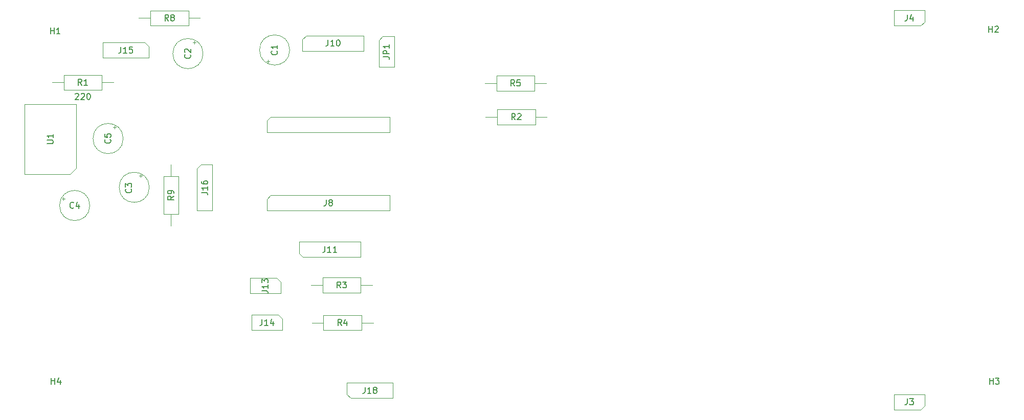
<source format=gbr>
%TF.GenerationSoftware,KiCad,Pcbnew,6.0.2+dfsg-1*%
%TF.CreationDate,2023-04-17T17:18:00+02:00*%
%TF.ProjectId,TransportPlatform_PCB,5472616e-7370-46f7-9274-506c6174666f,rev?*%
%TF.SameCoordinates,Original*%
%TF.FileFunction,AssemblyDrawing,Top*%
%FSLAX46Y46*%
G04 Gerber Fmt 4.6, Leading zero omitted, Abs format (unit mm)*
G04 Created by KiCad (PCBNEW 6.0.2+dfsg-1) date 2023-04-17 17:18:00*
%MOMM*%
%LPD*%
G01*
G04 APERTURE LIST*
%ADD10C,0.150000*%
%ADD11C,0.100000*%
G04 APERTURE END LIST*
D10*
%TO.C,R5*%
X120356333Y-39949380D02*
X120023000Y-39473190D01*
X119784904Y-39949380D02*
X119784904Y-38949380D01*
X120165857Y-38949380D01*
X120261095Y-38997000D01*
X120308714Y-39044619D01*
X120356333Y-39139857D01*
X120356333Y-39282714D01*
X120308714Y-39377952D01*
X120261095Y-39425571D01*
X120165857Y-39473190D01*
X119784904Y-39473190D01*
X121261095Y-38949380D02*
X120784904Y-38949380D01*
X120737285Y-39425571D01*
X120784904Y-39377952D01*
X120880142Y-39330333D01*
X121118238Y-39330333D01*
X121213476Y-39377952D01*
X121261095Y-39425571D01*
X121308714Y-39520809D01*
X121308714Y-39758904D01*
X121261095Y-39854142D01*
X121213476Y-39901761D01*
X121118238Y-39949380D01*
X120880142Y-39949380D01*
X120784904Y-39901761D01*
X120737285Y-39854142D01*
%TO.C,R2*%
X120483333Y-45537380D02*
X120150000Y-45061190D01*
X119911904Y-45537380D02*
X119911904Y-44537380D01*
X120292857Y-44537380D01*
X120388095Y-44585000D01*
X120435714Y-44632619D01*
X120483333Y-44727857D01*
X120483333Y-44870714D01*
X120435714Y-44965952D01*
X120388095Y-45013571D01*
X120292857Y-45061190D01*
X119911904Y-45061190D01*
X120864285Y-44632619D02*
X120911904Y-44585000D01*
X121007142Y-44537380D01*
X121245238Y-44537380D01*
X121340476Y-44585000D01*
X121388095Y-44632619D01*
X121435714Y-44727857D01*
X121435714Y-44823095D01*
X121388095Y-44965952D01*
X120816666Y-45537380D01*
X121435714Y-45537380D01*
%TO.C,J8*%
X89201666Y-58807380D02*
X89201666Y-59521666D01*
X89154047Y-59664523D01*
X89058809Y-59759761D01*
X88915952Y-59807380D01*
X88820714Y-59807380D01*
X89820714Y-59235952D02*
X89725476Y-59188333D01*
X89677857Y-59140714D01*
X89630238Y-59045476D01*
X89630238Y-58997857D01*
X89677857Y-58902619D01*
X89725476Y-58855000D01*
X89820714Y-58807380D01*
X90011190Y-58807380D01*
X90106428Y-58855000D01*
X90154047Y-58902619D01*
X90201666Y-58997857D01*
X90201666Y-59045476D01*
X90154047Y-59140714D01*
X90106428Y-59188333D01*
X90011190Y-59235952D01*
X89820714Y-59235952D01*
X89725476Y-59283571D01*
X89677857Y-59331190D01*
X89630238Y-59426428D01*
X89630238Y-59616904D01*
X89677857Y-59712142D01*
X89725476Y-59759761D01*
X89820714Y-59807380D01*
X90011190Y-59807380D01*
X90106428Y-59759761D01*
X90154047Y-59712142D01*
X90201666Y-59616904D01*
X90201666Y-59426428D01*
X90154047Y-59331190D01*
X90106428Y-59283571D01*
X90011190Y-59235952D01*
%TO.C,J10*%
X89497476Y-32320380D02*
X89497476Y-33034666D01*
X89449857Y-33177523D01*
X89354619Y-33272761D01*
X89211761Y-33320380D01*
X89116523Y-33320380D01*
X90497476Y-33320380D02*
X89926047Y-33320380D01*
X90211761Y-33320380D02*
X90211761Y-32320380D01*
X90116523Y-32463238D01*
X90021285Y-32558476D01*
X89926047Y-32606095D01*
X91116523Y-32320380D02*
X91211761Y-32320380D01*
X91307000Y-32368000D01*
X91354619Y-32415619D01*
X91402238Y-32510857D01*
X91449857Y-32701333D01*
X91449857Y-32939428D01*
X91402238Y-33129904D01*
X91354619Y-33225142D01*
X91307000Y-33272761D01*
X91211761Y-33320380D01*
X91116523Y-33320380D01*
X91021285Y-33272761D01*
X90973666Y-33225142D01*
X90926047Y-33129904D01*
X90878428Y-32939428D01*
X90878428Y-32701333D01*
X90926047Y-32510857D01*
X90973666Y-32415619D01*
X91021285Y-32368000D01*
X91116523Y-32320380D01*
%TO.C,H4*%
X43688095Y-89352380D02*
X43688095Y-88352380D01*
X43688095Y-88828571D02*
X44259523Y-88828571D01*
X44259523Y-89352380D02*
X44259523Y-88352380D01*
X45164285Y-88685714D02*
X45164285Y-89352380D01*
X44926190Y-88304761D02*
X44688095Y-89019047D01*
X45307142Y-89019047D01*
%TO.C,C5*%
X53433142Y-48832553D02*
X53480761Y-48880172D01*
X53528380Y-49023029D01*
X53528380Y-49118267D01*
X53480761Y-49261125D01*
X53385523Y-49356363D01*
X53290285Y-49403982D01*
X53099809Y-49451601D01*
X52956952Y-49451601D01*
X52766476Y-49403982D01*
X52671238Y-49356363D01*
X52576000Y-49261125D01*
X52528380Y-49118267D01*
X52528380Y-49023029D01*
X52576000Y-48880172D01*
X52623619Y-48832553D01*
X52528380Y-47927791D02*
X52528380Y-48403982D01*
X53004571Y-48451601D01*
X52956952Y-48403982D01*
X52909333Y-48308744D01*
X52909333Y-48070648D01*
X52956952Y-47975410D01*
X53004571Y-47927791D01*
X53099809Y-47880172D01*
X53337904Y-47880172D01*
X53433142Y-47927791D01*
X53480761Y-47975410D01*
X53528380Y-48070648D01*
X53528380Y-48308744D01*
X53480761Y-48403982D01*
X53433142Y-48451601D01*
%TO.C,JP1*%
X98639380Y-35118333D02*
X99353666Y-35118333D01*
X99496523Y-35165952D01*
X99591761Y-35261190D01*
X99639380Y-35404047D01*
X99639380Y-35499285D01*
X99639380Y-34642142D02*
X98639380Y-34642142D01*
X98639380Y-34261190D01*
X98687000Y-34165952D01*
X98734619Y-34118333D01*
X98829857Y-34070714D01*
X98972714Y-34070714D01*
X99067952Y-34118333D01*
X99115571Y-34165952D01*
X99163190Y-34261190D01*
X99163190Y-34642142D01*
X99639380Y-33118333D02*
X99639380Y-33689761D01*
X99639380Y-33404047D02*
X98639380Y-33404047D01*
X98782238Y-33499285D01*
X98877476Y-33594523D01*
X98925095Y-33689761D01*
%TO.C,H3*%
X199009095Y-89352380D02*
X199009095Y-88352380D01*
X199009095Y-88828571D02*
X199580523Y-88828571D01*
X199580523Y-89352380D02*
X199580523Y-88352380D01*
X199961476Y-88352380D02*
X200580523Y-88352380D01*
X200247190Y-88733333D01*
X200390047Y-88733333D01*
X200485285Y-88780952D01*
X200532904Y-88828571D01*
X200580523Y-88923809D01*
X200580523Y-89161904D01*
X200532904Y-89257142D01*
X200485285Y-89304761D01*
X200390047Y-89352380D01*
X200104333Y-89352380D01*
X200009095Y-89304761D01*
X199961476Y-89257142D01*
%TO.C,J11*%
X88979476Y-66508380D02*
X88979476Y-67222666D01*
X88931857Y-67365523D01*
X88836619Y-67460761D01*
X88693761Y-67508380D01*
X88598523Y-67508380D01*
X89979476Y-67508380D02*
X89408047Y-67508380D01*
X89693761Y-67508380D02*
X89693761Y-66508380D01*
X89598523Y-66651238D01*
X89503285Y-66746476D01*
X89408047Y-66794095D01*
X90931857Y-67508380D02*
X90360428Y-67508380D01*
X90646142Y-67508380D02*
X90646142Y-66508380D01*
X90550904Y-66651238D01*
X90455666Y-66746476D01*
X90360428Y-66794095D01*
%TO.C,C1*%
X81002142Y-34157779D02*
X81049761Y-34205398D01*
X81097380Y-34348255D01*
X81097380Y-34443493D01*
X81049761Y-34586351D01*
X80954523Y-34681589D01*
X80859285Y-34729208D01*
X80668809Y-34776827D01*
X80525952Y-34776827D01*
X80335476Y-34729208D01*
X80240238Y-34681589D01*
X80145000Y-34586351D01*
X80097380Y-34443493D01*
X80097380Y-34348255D01*
X80145000Y-34205398D01*
X80192619Y-34157779D01*
X81097380Y-33205398D02*
X81097380Y-33776827D01*
X81097380Y-33491113D02*
X80097380Y-33491113D01*
X80240238Y-33586351D01*
X80335476Y-33681589D01*
X80383095Y-33776827D01*
%TO.C,H1*%
X43561095Y-31313380D02*
X43561095Y-30313380D01*
X43561095Y-30789571D02*
X44132523Y-30789571D01*
X44132523Y-31313380D02*
X44132523Y-30313380D01*
X45132523Y-31313380D02*
X44561095Y-31313380D01*
X44846809Y-31313380D02*
X44846809Y-30313380D01*
X44751571Y-30456238D01*
X44656333Y-30551476D01*
X44561095Y-30599095D01*
%TO.C,J18*%
X95598476Y-89876380D02*
X95598476Y-90590666D01*
X95550857Y-90733523D01*
X95455619Y-90828761D01*
X95312761Y-90876380D01*
X95217523Y-90876380D01*
X96598476Y-90876380D02*
X96027047Y-90876380D01*
X96312761Y-90876380D02*
X96312761Y-89876380D01*
X96217523Y-90019238D01*
X96122285Y-90114476D01*
X96027047Y-90162095D01*
X97169904Y-90304952D02*
X97074666Y-90257333D01*
X97027047Y-90209714D01*
X96979428Y-90114476D01*
X96979428Y-90066857D01*
X97027047Y-89971619D01*
X97074666Y-89924000D01*
X97169904Y-89876380D01*
X97360380Y-89876380D01*
X97455619Y-89924000D01*
X97503238Y-89971619D01*
X97550857Y-90066857D01*
X97550857Y-90114476D01*
X97503238Y-90209714D01*
X97455619Y-90257333D01*
X97360380Y-90304952D01*
X97169904Y-90304952D01*
X97074666Y-90352571D01*
X97027047Y-90400190D01*
X96979428Y-90495428D01*
X96979428Y-90685904D01*
X97027047Y-90781142D01*
X97074666Y-90828761D01*
X97169904Y-90876380D01*
X97360380Y-90876380D01*
X97455619Y-90828761D01*
X97503238Y-90781142D01*
X97550857Y-90685904D01*
X97550857Y-90495428D01*
X97503238Y-90400190D01*
X97455619Y-90352571D01*
X97360380Y-90304952D01*
%TO.C,J16*%
X68540380Y-57593523D02*
X69254666Y-57593523D01*
X69397523Y-57641142D01*
X69492761Y-57736380D01*
X69540380Y-57879238D01*
X69540380Y-57974476D01*
X69540380Y-56593523D02*
X69540380Y-57164952D01*
X69540380Y-56879238D02*
X68540380Y-56879238D01*
X68683238Y-56974476D01*
X68778476Y-57069714D01*
X68826095Y-57164952D01*
X68540380Y-55736380D02*
X68540380Y-55926857D01*
X68588000Y-56022095D01*
X68635619Y-56069714D01*
X68778476Y-56164952D01*
X68968952Y-56212571D01*
X69349904Y-56212571D01*
X69445142Y-56164952D01*
X69492761Y-56117333D01*
X69540380Y-56022095D01*
X69540380Y-55831619D01*
X69492761Y-55736380D01*
X69445142Y-55688761D01*
X69349904Y-55641142D01*
X69111809Y-55641142D01*
X69016571Y-55688761D01*
X68968952Y-55736380D01*
X68921333Y-55831619D01*
X68921333Y-56022095D01*
X68968952Y-56117333D01*
X69016571Y-56164952D01*
X69111809Y-56212571D01*
%TO.C,R1*%
X47656904Y-41287619D02*
X47704523Y-41240000D01*
X47799761Y-41192380D01*
X48037857Y-41192380D01*
X48133095Y-41240000D01*
X48180714Y-41287619D01*
X48228333Y-41382857D01*
X48228333Y-41478095D01*
X48180714Y-41620952D01*
X47609285Y-42192380D01*
X48228333Y-42192380D01*
X48609285Y-41287619D02*
X48656904Y-41240000D01*
X48752142Y-41192380D01*
X48990238Y-41192380D01*
X49085476Y-41240000D01*
X49133095Y-41287619D01*
X49180714Y-41382857D01*
X49180714Y-41478095D01*
X49133095Y-41620952D01*
X48561666Y-42192380D01*
X49180714Y-42192380D01*
X49799761Y-41192380D02*
X49895000Y-41192380D01*
X49990238Y-41240000D01*
X50037857Y-41287619D01*
X50085476Y-41382857D01*
X50133095Y-41573333D01*
X50133095Y-41811428D01*
X50085476Y-42001904D01*
X50037857Y-42097142D01*
X49990238Y-42144761D01*
X49895000Y-42192380D01*
X49799761Y-42192380D01*
X49704523Y-42144761D01*
X49656904Y-42097142D01*
X49609285Y-42001904D01*
X49561666Y-41811428D01*
X49561666Y-41573333D01*
X49609285Y-41382857D01*
X49656904Y-41287619D01*
X49704523Y-41240000D01*
X49799761Y-41192380D01*
X48728333Y-39822380D02*
X48395000Y-39346190D01*
X48156904Y-39822380D02*
X48156904Y-38822380D01*
X48537857Y-38822380D01*
X48633095Y-38870000D01*
X48680714Y-38917619D01*
X48728333Y-39012857D01*
X48728333Y-39155714D01*
X48680714Y-39250952D01*
X48633095Y-39298571D01*
X48537857Y-39346190D01*
X48156904Y-39346190D01*
X49680714Y-39822380D02*
X49109285Y-39822380D01*
X49395000Y-39822380D02*
X49395000Y-38822380D01*
X49299761Y-38965238D01*
X49204523Y-39060476D01*
X49109285Y-39108095D01*
%TO.C,C2*%
X66651142Y-34755554D02*
X66698761Y-34803173D01*
X66746380Y-34946030D01*
X66746380Y-35041268D01*
X66698761Y-35184126D01*
X66603523Y-35279364D01*
X66508285Y-35326983D01*
X66317809Y-35374602D01*
X66174952Y-35374602D01*
X65984476Y-35326983D01*
X65889238Y-35279364D01*
X65794000Y-35184126D01*
X65746380Y-35041268D01*
X65746380Y-34946030D01*
X65794000Y-34803173D01*
X65841619Y-34755554D01*
X65841619Y-34374602D02*
X65794000Y-34326983D01*
X65746380Y-34231745D01*
X65746380Y-33993649D01*
X65794000Y-33898411D01*
X65841619Y-33850792D01*
X65936857Y-33803173D01*
X66032095Y-33803173D01*
X66174952Y-33850792D01*
X66746380Y-34422221D01*
X66746380Y-33803173D01*
%TO.C,R9*%
X63952380Y-58205666D02*
X63476190Y-58539000D01*
X63952380Y-58777095D02*
X62952380Y-58777095D01*
X62952380Y-58396142D01*
X63000000Y-58300904D01*
X63047619Y-58253285D01*
X63142857Y-58205666D01*
X63285714Y-58205666D01*
X63380952Y-58253285D01*
X63428571Y-58300904D01*
X63476190Y-58396142D01*
X63476190Y-58777095D01*
X63952380Y-57729476D02*
X63952380Y-57539000D01*
X63904761Y-57443761D01*
X63857142Y-57396142D01*
X63714285Y-57300904D01*
X63523809Y-57253285D01*
X63142857Y-57253285D01*
X63047619Y-57300904D01*
X63000000Y-57348523D01*
X62952380Y-57443761D01*
X62952380Y-57634238D01*
X63000000Y-57729476D01*
X63047619Y-57777095D01*
X63142857Y-57824714D01*
X63380952Y-57824714D01*
X63476190Y-57777095D01*
X63523809Y-57729476D01*
X63571428Y-57634238D01*
X63571428Y-57443761D01*
X63523809Y-57348523D01*
X63476190Y-57300904D01*
X63380952Y-57253285D01*
%TO.C,J4*%
X185384666Y-28154380D02*
X185384666Y-28868666D01*
X185337047Y-29011523D01*
X185241809Y-29106761D01*
X185098952Y-29154380D01*
X185003714Y-29154380D01*
X186289428Y-28487714D02*
X186289428Y-29154380D01*
X186051333Y-28106761D02*
X185813238Y-28821047D01*
X186432285Y-28821047D01*
%TO.C,H2*%
X198882095Y-31059380D02*
X198882095Y-30059380D01*
X198882095Y-30535571D02*
X199453523Y-30535571D01*
X199453523Y-31059380D02*
X199453523Y-30059380D01*
X199882095Y-30154619D02*
X199929714Y-30107000D01*
X200024952Y-30059380D01*
X200263047Y-30059380D01*
X200358285Y-30107000D01*
X200405904Y-30154619D01*
X200453523Y-30249857D01*
X200453523Y-30345095D01*
X200405904Y-30487952D01*
X199834476Y-31059380D01*
X200453523Y-31059380D01*
%TO.C,R3*%
X91590833Y-73413880D02*
X91257500Y-72937690D01*
X91019404Y-73413880D02*
X91019404Y-72413880D01*
X91400357Y-72413880D01*
X91495595Y-72461500D01*
X91543214Y-72509119D01*
X91590833Y-72604357D01*
X91590833Y-72747214D01*
X91543214Y-72842452D01*
X91495595Y-72890071D01*
X91400357Y-72937690D01*
X91019404Y-72937690D01*
X91924166Y-72413880D02*
X92543214Y-72413880D01*
X92209880Y-72794833D01*
X92352738Y-72794833D01*
X92447976Y-72842452D01*
X92495595Y-72890071D01*
X92543214Y-72985309D01*
X92543214Y-73223404D01*
X92495595Y-73318642D01*
X92447976Y-73366261D01*
X92352738Y-73413880D01*
X92067023Y-73413880D01*
X91971785Y-73366261D01*
X91924166Y-73318642D01*
%TO.C,U1*%
X42976380Y-49509904D02*
X43785904Y-49509904D01*
X43881142Y-49462285D01*
X43928761Y-49414666D01*
X43976380Y-49319428D01*
X43976380Y-49128952D01*
X43928761Y-49033714D01*
X43881142Y-48986095D01*
X43785904Y-48938476D01*
X42976380Y-48938476D01*
X43976380Y-47938476D02*
X43976380Y-48509904D01*
X43976380Y-48224190D02*
X42976380Y-48224190D01*
X43119238Y-48319428D01*
X43214476Y-48414666D01*
X43262095Y-48509904D01*
%TO.C,J3*%
X185384666Y-91781380D02*
X185384666Y-92495666D01*
X185337047Y-92638523D01*
X185241809Y-92733761D01*
X185098952Y-92781380D01*
X185003714Y-92781380D01*
X185765619Y-91781380D02*
X186384666Y-91781380D01*
X186051333Y-92162333D01*
X186194190Y-92162333D01*
X186289428Y-92209952D01*
X186337047Y-92257571D01*
X186384666Y-92352809D01*
X186384666Y-92590904D01*
X186337047Y-92686142D01*
X186289428Y-92733761D01*
X186194190Y-92781380D01*
X185908476Y-92781380D01*
X185813238Y-92733761D01*
X185765619Y-92686142D01*
%TO.C,C3*%
X56872142Y-57042666D02*
X56919761Y-57090285D01*
X56967380Y-57233142D01*
X56967380Y-57328380D01*
X56919761Y-57471238D01*
X56824523Y-57566476D01*
X56729285Y-57614095D01*
X56538809Y-57661714D01*
X56395952Y-57661714D01*
X56205476Y-57614095D01*
X56110238Y-57566476D01*
X56015000Y-57471238D01*
X55967380Y-57328380D01*
X55967380Y-57233142D01*
X56015000Y-57090285D01*
X56062619Y-57042666D01*
X55967380Y-56709333D02*
X55967380Y-56090285D01*
X56348333Y-56423619D01*
X56348333Y-56280761D01*
X56395952Y-56185523D01*
X56443571Y-56137904D01*
X56538809Y-56090285D01*
X56776904Y-56090285D01*
X56872142Y-56137904D01*
X56919761Y-56185523D01*
X56967380Y-56280761D01*
X56967380Y-56566476D01*
X56919761Y-56661714D01*
X56872142Y-56709333D01*
%TO.C,C4*%
X47381721Y-60120142D02*
X47334102Y-60167761D01*
X47191245Y-60215380D01*
X47096007Y-60215380D01*
X46953149Y-60167761D01*
X46857911Y-60072523D01*
X46810292Y-59977285D01*
X46762673Y-59786809D01*
X46762673Y-59643952D01*
X46810292Y-59453476D01*
X46857911Y-59358238D01*
X46953149Y-59263000D01*
X47096007Y-59215380D01*
X47191245Y-59215380D01*
X47334102Y-59263000D01*
X47381721Y-59310619D01*
X48238864Y-59548714D02*
X48238864Y-60215380D01*
X48000768Y-59167761D02*
X47762673Y-59882047D01*
X48381721Y-59882047D01*
%TO.C,R4*%
X91717833Y-79636880D02*
X91384500Y-79160690D01*
X91146404Y-79636880D02*
X91146404Y-78636880D01*
X91527357Y-78636880D01*
X91622595Y-78684500D01*
X91670214Y-78732119D01*
X91717833Y-78827357D01*
X91717833Y-78970214D01*
X91670214Y-79065452D01*
X91622595Y-79113071D01*
X91527357Y-79160690D01*
X91146404Y-79160690D01*
X92574976Y-78970214D02*
X92574976Y-79636880D01*
X92336880Y-78589261D02*
X92098785Y-79303547D01*
X92717833Y-79303547D01*
%TO.C,R8*%
X63079333Y-29154380D02*
X62746000Y-28678190D01*
X62507904Y-29154380D02*
X62507904Y-28154380D01*
X62888857Y-28154380D01*
X62984095Y-28202000D01*
X63031714Y-28249619D01*
X63079333Y-28344857D01*
X63079333Y-28487714D01*
X63031714Y-28582952D01*
X62984095Y-28630571D01*
X62888857Y-28678190D01*
X62507904Y-28678190D01*
X63650761Y-28582952D02*
X63555523Y-28535333D01*
X63507904Y-28487714D01*
X63460285Y-28392476D01*
X63460285Y-28344857D01*
X63507904Y-28249619D01*
X63555523Y-28202000D01*
X63650761Y-28154380D01*
X63841238Y-28154380D01*
X63936476Y-28202000D01*
X63984095Y-28249619D01*
X64031714Y-28344857D01*
X64031714Y-28392476D01*
X63984095Y-28487714D01*
X63936476Y-28535333D01*
X63841238Y-28582952D01*
X63650761Y-28582952D01*
X63555523Y-28630571D01*
X63507904Y-28678190D01*
X63460285Y-28773428D01*
X63460285Y-28963904D01*
X63507904Y-29059142D01*
X63555523Y-29106761D01*
X63650761Y-29154380D01*
X63841238Y-29154380D01*
X63936476Y-29106761D01*
X63984095Y-29059142D01*
X64031714Y-28963904D01*
X64031714Y-28773428D01*
X63984095Y-28678190D01*
X63936476Y-28630571D01*
X63841238Y-28582952D01*
%TO.C,J15*%
X55197476Y-33488380D02*
X55197476Y-34202666D01*
X55149857Y-34345523D01*
X55054619Y-34440761D01*
X54911761Y-34488380D01*
X54816523Y-34488380D01*
X56197476Y-34488380D02*
X55626047Y-34488380D01*
X55911761Y-34488380D02*
X55911761Y-33488380D01*
X55816523Y-33631238D01*
X55721285Y-33726476D01*
X55626047Y-33774095D01*
X57102238Y-33488380D02*
X56626047Y-33488380D01*
X56578428Y-33964571D01*
X56626047Y-33916952D01*
X56721285Y-33869333D01*
X56959380Y-33869333D01*
X57054619Y-33916952D01*
X57102238Y-33964571D01*
X57149857Y-34059809D01*
X57149857Y-34297904D01*
X57102238Y-34393142D01*
X57054619Y-34440761D01*
X56959380Y-34488380D01*
X56721285Y-34488380D01*
X56626047Y-34440761D01*
X56578428Y-34393142D01*
%TO.C,J14*%
X78553976Y-78628680D02*
X78553976Y-79342966D01*
X78506357Y-79485823D01*
X78411119Y-79581061D01*
X78268261Y-79628680D01*
X78173023Y-79628680D01*
X79553976Y-79628680D02*
X78982547Y-79628680D01*
X79268261Y-79628680D02*
X79268261Y-78628680D01*
X79173023Y-78771538D01*
X79077785Y-78866776D01*
X78982547Y-78914395D01*
X80411119Y-78962014D02*
X80411119Y-79628680D01*
X80173023Y-78581061D02*
X79934928Y-79295347D01*
X80553976Y-79295347D01*
%TO.C,J13*%
X78566880Y-73889823D02*
X79281166Y-73889823D01*
X79424023Y-73937442D01*
X79519261Y-74032680D01*
X79566880Y-74175538D01*
X79566880Y-74270776D01*
X79566880Y-72889823D02*
X79566880Y-73461252D01*
X79566880Y-73175538D02*
X78566880Y-73175538D01*
X78709738Y-73270776D01*
X78804976Y-73366014D01*
X78852595Y-73461252D01*
X78566880Y-72556490D02*
X78566880Y-71937442D01*
X78947833Y-72270776D01*
X78947833Y-72127919D01*
X78995452Y-72032680D01*
X79043071Y-71985061D01*
X79138309Y-71937442D01*
X79376404Y-71937442D01*
X79471642Y-71985061D01*
X79519261Y-72032680D01*
X79566880Y-72127919D01*
X79566880Y-72413633D01*
X79519261Y-72508871D01*
X79471642Y-72556490D01*
D11*
%TO.C,R5*%
X115443000Y-39497000D02*
X117373000Y-39497000D01*
X123673000Y-40747000D02*
X123673000Y-38247000D01*
X123673000Y-38247000D02*
X117373000Y-38247000D01*
X117373000Y-38247000D02*
X117373000Y-40747000D01*
X125603000Y-39497000D02*
X123673000Y-39497000D01*
X117373000Y-40747000D02*
X123673000Y-40747000D01*
%TO.C,R2*%
X117500000Y-43835000D02*
X117500000Y-46335000D01*
X125730000Y-45085000D02*
X123800000Y-45085000D01*
X123800000Y-46335000D02*
X123800000Y-43835000D01*
X117500000Y-46335000D02*
X123800000Y-46335000D01*
X123800000Y-43835000D02*
X117500000Y-43835000D01*
X115570000Y-45085000D02*
X117500000Y-45085000D01*
%TO.C,J8*%
X99695000Y-58085000D02*
X99695000Y-60625000D01*
X79375000Y-58720000D02*
X80010000Y-58085000D01*
X99695000Y-60625000D02*
X79375000Y-60625000D01*
X80010000Y-58085000D02*
X99695000Y-58085000D01*
X79375000Y-60625000D02*
X79375000Y-58720000D01*
%TO.C,J10*%
X85227000Y-32233000D02*
X85862000Y-31598000D01*
X85227000Y-34138000D02*
X85227000Y-32233000D01*
X95387000Y-34138000D02*
X85227000Y-34138000D01*
X85862000Y-31598000D02*
X95387000Y-31598000D01*
X95387000Y-31598000D02*
X95387000Y-34138000D01*
%TO.C,C5*%
X54413500Y-46782282D02*
X53913500Y-46782282D01*
X54163500Y-46532282D02*
X54163500Y-47032282D01*
X55576000Y-48665887D02*
G75*
G03*
X55576000Y-48665887I-2500000J0D01*
G01*
%TO.C,JP1*%
X97917000Y-32380000D02*
X98552000Y-31745000D01*
X98552000Y-31745000D02*
X100457000Y-31745000D01*
X97917000Y-36825000D02*
X97917000Y-32380000D01*
X100457000Y-36825000D02*
X97917000Y-36825000D01*
X100457000Y-31745000D02*
X100457000Y-36825000D01*
%TO.C,J11*%
X84709000Y-67691000D02*
X84709000Y-65786000D01*
X85344000Y-68326000D02*
X84709000Y-67691000D01*
X84709000Y-65786000D02*
X94869000Y-65786000D01*
X94869000Y-65786000D02*
X94869000Y-68326000D01*
X94869000Y-68326000D02*
X85344000Y-68326000D01*
%TO.C,C1*%
X79557500Y-36124718D02*
X79557500Y-35624718D01*
X79307500Y-35874718D02*
X79807500Y-35874718D01*
X83145000Y-33991113D02*
G75*
G03*
X83145000Y-33991113I-2500000J0D01*
G01*
%TO.C,J18*%
X100218000Y-91694000D02*
X93233000Y-91694000D01*
X93233000Y-91694000D02*
X92598000Y-91059000D01*
X92598000Y-91059000D02*
X92598000Y-89154000D01*
X92598000Y-89154000D02*
X100218000Y-89154000D01*
X100218000Y-89154000D02*
X100218000Y-91694000D01*
%TO.C,J16*%
X70358000Y-52974000D02*
X70358000Y-60594000D01*
X68453000Y-52974000D02*
X70358000Y-52974000D01*
X70358000Y-60594000D02*
X67818000Y-60594000D01*
X67818000Y-60594000D02*
X67818000Y-53609000D01*
X67818000Y-53609000D02*
X68453000Y-52974000D01*
%TO.C,R1*%
X52045000Y-40620000D02*
X52045000Y-38120000D01*
X45745000Y-38120000D02*
X45745000Y-40620000D01*
X53975000Y-39370000D02*
X52045000Y-39370000D01*
X52045000Y-38120000D02*
X45745000Y-38120000D01*
X45745000Y-40620000D02*
X52045000Y-40620000D01*
X43815000Y-39370000D02*
X45745000Y-39370000D01*
%TO.C,C2*%
X67631500Y-32705283D02*
X67131500Y-32705283D01*
X67381500Y-32455283D02*
X67381500Y-32955283D01*
X68794000Y-34588888D02*
G75*
G03*
X68794000Y-34588888I-2500000J0D01*
G01*
%TO.C,R9*%
X64750000Y-61189000D02*
X64750000Y-54889000D01*
X63500000Y-52959000D02*
X63500000Y-54889000D01*
X62250000Y-61189000D02*
X64750000Y-61189000D01*
X64750000Y-54889000D02*
X62250000Y-54889000D01*
X62250000Y-54889000D02*
X62250000Y-61189000D01*
X63500000Y-63119000D02*
X63500000Y-61189000D01*
%TO.C,J9*%
X99695000Y-45085000D02*
X99695000Y-47625000D01*
X80010000Y-45085000D02*
X99695000Y-45085000D01*
X99695000Y-47625000D02*
X79375000Y-47625000D01*
X79375000Y-47625000D02*
X79375000Y-45720000D01*
X79375000Y-45720000D02*
X80010000Y-45085000D01*
%TO.C,J4*%
X187623000Y-29972000D02*
X183178000Y-29972000D01*
X188258000Y-29337000D02*
X187623000Y-29972000D01*
X183178000Y-29972000D02*
X183178000Y-27432000D01*
X183178000Y-27432000D02*
X188258000Y-27432000D01*
X188258000Y-27432000D02*
X188258000Y-29337000D01*
%TO.C,R3*%
X94907500Y-71711500D02*
X88607500Y-71711500D01*
X88607500Y-74211500D02*
X94907500Y-74211500D01*
X86677500Y-72961500D02*
X88607500Y-72961500D01*
X88607500Y-71711500D02*
X88607500Y-74211500D01*
X96837500Y-72961500D02*
X94907500Y-72961500D01*
X94907500Y-74211500D02*
X94907500Y-71711500D01*
%TO.C,U1*%
X47774000Y-42998000D02*
X47774000Y-53598000D01*
X47774000Y-53598000D02*
X46774000Y-54598000D01*
X39274000Y-42998000D02*
X47774000Y-42998000D01*
X46774000Y-54598000D02*
X39274000Y-54598000D01*
X39274000Y-54598000D02*
X39274000Y-42998000D01*
%TO.C,J3*%
X188258000Y-91059000D02*
X188258000Y-92964000D01*
X183178000Y-93599000D02*
X183178000Y-91059000D01*
X188258000Y-92964000D02*
X187623000Y-93599000D01*
X187623000Y-93599000D02*
X183178000Y-93599000D01*
X183178000Y-91059000D02*
X188258000Y-91059000D01*
%TO.C,C3*%
X58491500Y-54615395D02*
X58491500Y-55115395D01*
X58741500Y-54865395D02*
X58241500Y-54865395D01*
X59904000Y-56749000D02*
G75*
G03*
X59904000Y-56749000I-2500000J0D01*
G01*
%TO.C,C4*%
X45664783Y-58425500D02*
X45664783Y-58925500D01*
X45414783Y-58675500D02*
X45914783Y-58675500D01*
X50048388Y-59763000D02*
G75*
G03*
X50048388Y-59763000I-2500000J0D01*
G01*
%TO.C,R4*%
X88734500Y-80434500D02*
X95034500Y-80434500D01*
X95034500Y-77934500D02*
X88734500Y-77934500D01*
X95034500Y-80434500D02*
X95034500Y-77934500D01*
X88734500Y-77934500D02*
X88734500Y-80434500D01*
X86804500Y-79184500D02*
X88734500Y-79184500D01*
X96964500Y-79184500D02*
X95034500Y-79184500D01*
%TO.C,R8*%
X60096000Y-27452000D02*
X60096000Y-29952000D01*
X68326000Y-28702000D02*
X66396000Y-28702000D01*
X58166000Y-28702000D02*
X60096000Y-28702000D01*
X60096000Y-29952000D02*
X66396000Y-29952000D01*
X66396000Y-29952000D02*
X66396000Y-27452000D01*
X66396000Y-27452000D02*
X60096000Y-27452000D01*
%TO.C,J15*%
X52197000Y-32766000D02*
X59182000Y-32766000D01*
X59817000Y-35306000D02*
X52197000Y-35306000D01*
X59182000Y-32766000D02*
X59817000Y-33401000D01*
X52197000Y-35306000D02*
X52197000Y-32766000D01*
X59817000Y-33401000D02*
X59817000Y-35306000D01*
%TO.C,J14*%
X81903500Y-80446300D02*
X76823500Y-80446300D01*
X81903500Y-78541300D02*
X81903500Y-80446300D01*
X81268500Y-77906300D02*
X81903500Y-78541300D01*
X76823500Y-80446300D02*
X76823500Y-77906300D01*
X76823500Y-77906300D02*
X81268500Y-77906300D01*
%TO.C,J13*%
X76574500Y-71810300D02*
X81019500Y-71810300D01*
X81654500Y-74350300D02*
X76574500Y-74350300D01*
X81654500Y-72445300D02*
X81654500Y-74350300D01*
X76574500Y-74350300D02*
X76574500Y-71810300D01*
X81019500Y-71810300D02*
X81654500Y-72445300D01*
%TD*%
M02*

</source>
